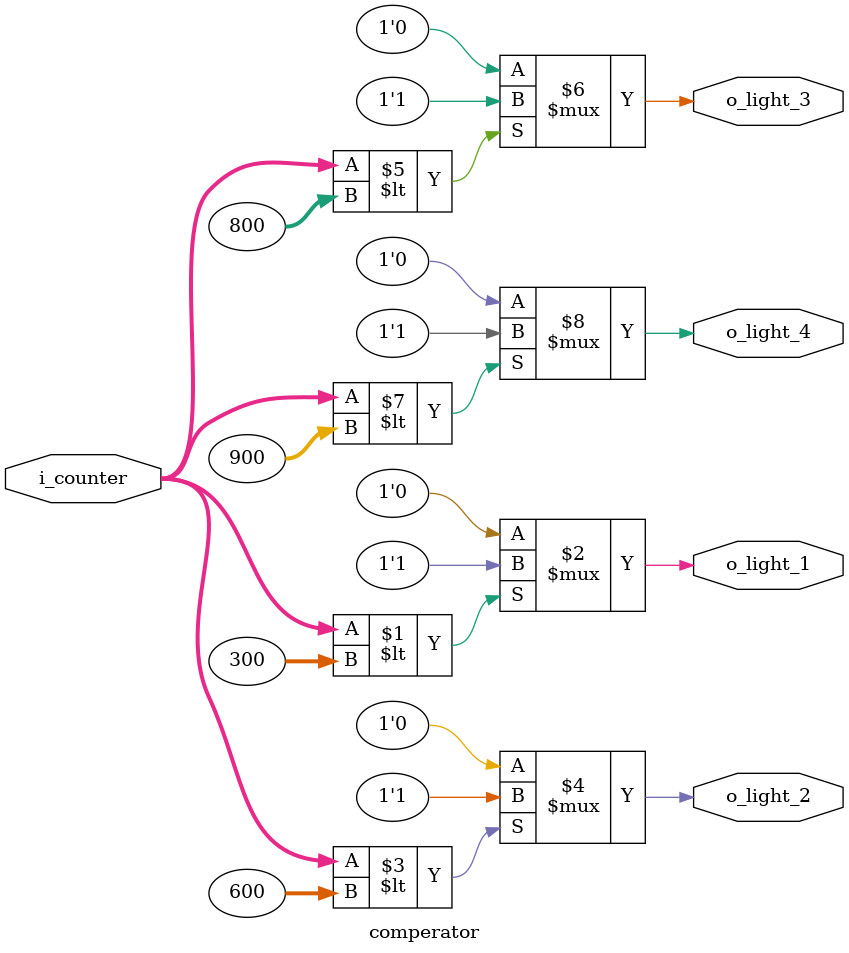
<source format=v>
`timescale 1ns / 1ps

module comperator(
    input [9:0] i_counter,
    output o_light_1, o_light_2, o_light_3, o_light_4 
    );

    assign o_light_1= (i_counter <300) ? 1'b1 : 1'b0; // i_counter가 300보다 작으면 
    assign o_light_2= (i_counter <600) ? 1'b1 : 1'b0;
    assign o_light_3= (i_counter <800) ? 1'b1 : 1'b0;
    assign o_light_4= (i_counter <900) ? 1'b1 : 1'b0;

endmodule

</source>
